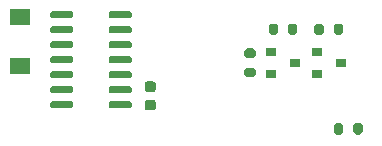
<source format=gbr>
%TF.GenerationSoftware,KiCad,Pcbnew,(5.1.9-0-10_14)*%
%TF.CreationDate,2021-05-08T21:12:27+02:00*%
%TF.ProjectId,MFM-Module-SEN0313,4d464d2d-4d6f-4647-956c-652d53454e30,rev?*%
%TF.SameCoordinates,PX82714f8PY6141b48*%
%TF.FileFunction,Paste,Top*%
%TF.FilePolarity,Positive*%
%FSLAX46Y46*%
G04 Gerber Fmt 4.6, Leading zero omitted, Abs format (unit mm)*
G04 Created by KiCad (PCBNEW (5.1.9-0-10_14)) date 2021-05-08 21:12:27*
%MOMM*%
%LPD*%
G01*
G04 APERTURE LIST*
%ADD10R,1.800000X1.350000*%
%ADD11R,0.900000X0.800000*%
G04 APERTURE END LIST*
D10*
%TO.C,SW1*%
X11747500Y23284000D03*
X11747500Y19134000D03*
%TD*%
%TO.C,C1*%
G36*
G01*
X22546500Y17798500D02*
X23046500Y17798500D01*
G75*
G02*
X23271500Y17573500I0J-225000D01*
G01*
X23271500Y17123500D01*
G75*
G02*
X23046500Y16898500I-225000J0D01*
G01*
X22546500Y16898500D01*
G75*
G02*
X22321500Y17123500I0J225000D01*
G01*
X22321500Y17573500D01*
G75*
G02*
X22546500Y17798500I225000J0D01*
G01*
G37*
G36*
G01*
X22546500Y16248500D02*
X23046500Y16248500D01*
G75*
G02*
X23271500Y16023500I0J-225000D01*
G01*
X23271500Y15573500D01*
G75*
G02*
X23046500Y15348500I-225000J0D01*
G01*
X22546500Y15348500D01*
G75*
G02*
X22321500Y15573500I0J225000D01*
G01*
X22321500Y16023500D01*
G75*
G02*
X22546500Y16248500I225000J0D01*
G01*
G37*
%TD*%
%TO.C,R1*%
G36*
G01*
X40785500Y14054500D02*
X40785500Y13504500D01*
G75*
G02*
X40585500Y13304500I-200000J0D01*
G01*
X40185500Y13304500D01*
G75*
G02*
X39985500Y13504500I0J200000D01*
G01*
X39985500Y14054500D01*
G75*
G02*
X40185500Y14254500I200000J0D01*
G01*
X40585500Y14254500D01*
G75*
G02*
X40785500Y14054500I0J-200000D01*
G01*
G37*
G36*
G01*
X39135500Y14054500D02*
X39135500Y13504500D01*
G75*
G02*
X38935500Y13304500I-200000J0D01*
G01*
X38535500Y13304500D01*
G75*
G02*
X38335500Y13504500I0J200000D01*
G01*
X38335500Y14054500D01*
G75*
G02*
X38535500Y14254500I200000J0D01*
G01*
X38935500Y14254500D01*
G75*
G02*
X39135500Y14054500I0J-200000D01*
G01*
G37*
%TD*%
%TO.C,U1*%
G36*
G01*
X21230000Y15961500D02*
X21230000Y15661500D01*
G75*
G02*
X21080000Y15511500I-150000J0D01*
G01*
X19430000Y15511500D01*
G75*
G02*
X19280000Y15661500I0J150000D01*
G01*
X19280000Y15961500D01*
G75*
G02*
X19430000Y16111500I150000J0D01*
G01*
X21080000Y16111500D01*
G75*
G02*
X21230000Y15961500I0J-150000D01*
G01*
G37*
G36*
G01*
X21230000Y17231500D02*
X21230000Y16931500D01*
G75*
G02*
X21080000Y16781500I-150000J0D01*
G01*
X19430000Y16781500D01*
G75*
G02*
X19280000Y16931500I0J150000D01*
G01*
X19280000Y17231500D01*
G75*
G02*
X19430000Y17381500I150000J0D01*
G01*
X21080000Y17381500D01*
G75*
G02*
X21230000Y17231500I0J-150000D01*
G01*
G37*
G36*
G01*
X21230000Y18501500D02*
X21230000Y18201500D01*
G75*
G02*
X21080000Y18051500I-150000J0D01*
G01*
X19430000Y18051500D01*
G75*
G02*
X19280000Y18201500I0J150000D01*
G01*
X19280000Y18501500D01*
G75*
G02*
X19430000Y18651500I150000J0D01*
G01*
X21080000Y18651500D01*
G75*
G02*
X21230000Y18501500I0J-150000D01*
G01*
G37*
G36*
G01*
X21230000Y19771500D02*
X21230000Y19471500D01*
G75*
G02*
X21080000Y19321500I-150000J0D01*
G01*
X19430000Y19321500D01*
G75*
G02*
X19280000Y19471500I0J150000D01*
G01*
X19280000Y19771500D01*
G75*
G02*
X19430000Y19921500I150000J0D01*
G01*
X21080000Y19921500D01*
G75*
G02*
X21230000Y19771500I0J-150000D01*
G01*
G37*
G36*
G01*
X21230000Y21041500D02*
X21230000Y20741500D01*
G75*
G02*
X21080000Y20591500I-150000J0D01*
G01*
X19430000Y20591500D01*
G75*
G02*
X19280000Y20741500I0J150000D01*
G01*
X19280000Y21041500D01*
G75*
G02*
X19430000Y21191500I150000J0D01*
G01*
X21080000Y21191500D01*
G75*
G02*
X21230000Y21041500I0J-150000D01*
G01*
G37*
G36*
G01*
X21230000Y22311500D02*
X21230000Y22011500D01*
G75*
G02*
X21080000Y21861500I-150000J0D01*
G01*
X19430000Y21861500D01*
G75*
G02*
X19280000Y22011500I0J150000D01*
G01*
X19280000Y22311500D01*
G75*
G02*
X19430000Y22461500I150000J0D01*
G01*
X21080000Y22461500D01*
G75*
G02*
X21230000Y22311500I0J-150000D01*
G01*
G37*
G36*
G01*
X21230000Y23581500D02*
X21230000Y23281500D01*
G75*
G02*
X21080000Y23131500I-150000J0D01*
G01*
X19430000Y23131500D01*
G75*
G02*
X19280000Y23281500I0J150000D01*
G01*
X19280000Y23581500D01*
G75*
G02*
X19430000Y23731500I150000J0D01*
G01*
X21080000Y23731500D01*
G75*
G02*
X21230000Y23581500I0J-150000D01*
G01*
G37*
G36*
G01*
X16280000Y23581500D02*
X16280000Y23281500D01*
G75*
G02*
X16130000Y23131500I-150000J0D01*
G01*
X14480000Y23131500D01*
G75*
G02*
X14330000Y23281500I0J150000D01*
G01*
X14330000Y23581500D01*
G75*
G02*
X14480000Y23731500I150000J0D01*
G01*
X16130000Y23731500D01*
G75*
G02*
X16280000Y23581500I0J-150000D01*
G01*
G37*
G36*
G01*
X16280000Y22311500D02*
X16280000Y22011500D01*
G75*
G02*
X16130000Y21861500I-150000J0D01*
G01*
X14480000Y21861500D01*
G75*
G02*
X14330000Y22011500I0J150000D01*
G01*
X14330000Y22311500D01*
G75*
G02*
X14480000Y22461500I150000J0D01*
G01*
X16130000Y22461500D01*
G75*
G02*
X16280000Y22311500I0J-150000D01*
G01*
G37*
G36*
G01*
X16280000Y21041500D02*
X16280000Y20741500D01*
G75*
G02*
X16130000Y20591500I-150000J0D01*
G01*
X14480000Y20591500D01*
G75*
G02*
X14330000Y20741500I0J150000D01*
G01*
X14330000Y21041500D01*
G75*
G02*
X14480000Y21191500I150000J0D01*
G01*
X16130000Y21191500D01*
G75*
G02*
X16280000Y21041500I0J-150000D01*
G01*
G37*
G36*
G01*
X16280000Y19771500D02*
X16280000Y19471500D01*
G75*
G02*
X16130000Y19321500I-150000J0D01*
G01*
X14480000Y19321500D01*
G75*
G02*
X14330000Y19471500I0J150000D01*
G01*
X14330000Y19771500D01*
G75*
G02*
X14480000Y19921500I150000J0D01*
G01*
X16130000Y19921500D01*
G75*
G02*
X16280000Y19771500I0J-150000D01*
G01*
G37*
G36*
G01*
X16280000Y18501500D02*
X16280000Y18201500D01*
G75*
G02*
X16130000Y18051500I-150000J0D01*
G01*
X14480000Y18051500D01*
G75*
G02*
X14330000Y18201500I0J150000D01*
G01*
X14330000Y18501500D01*
G75*
G02*
X14480000Y18651500I150000J0D01*
G01*
X16130000Y18651500D01*
G75*
G02*
X16280000Y18501500I0J-150000D01*
G01*
G37*
G36*
G01*
X16280000Y17231500D02*
X16280000Y16931500D01*
G75*
G02*
X16130000Y16781500I-150000J0D01*
G01*
X14480000Y16781500D01*
G75*
G02*
X14330000Y16931500I0J150000D01*
G01*
X14330000Y17231500D01*
G75*
G02*
X14480000Y17381500I150000J0D01*
G01*
X16130000Y17381500D01*
G75*
G02*
X16280000Y17231500I0J-150000D01*
G01*
G37*
G36*
G01*
X16280000Y15961500D02*
X16280000Y15661500D01*
G75*
G02*
X16130000Y15511500I-150000J0D01*
G01*
X14480000Y15511500D01*
G75*
G02*
X14330000Y15661500I0J150000D01*
G01*
X14330000Y15961500D01*
G75*
G02*
X14480000Y16111500I150000J0D01*
G01*
X16130000Y16111500D01*
G75*
G02*
X16280000Y15961500I0J-150000D01*
G01*
G37*
%TD*%
D11*
%TO.C,Q1*%
X35046501Y19370499D03*
X33046501Y18420499D03*
X33046501Y20320499D03*
%TD*%
%TO.C,Q2*%
X36909500Y20317500D03*
X36909500Y18417500D03*
X38909500Y19367500D03*
%TD*%
%TO.C,R2*%
G36*
G01*
X30967000Y20592500D02*
X31517000Y20592500D01*
G75*
G02*
X31717000Y20392500I0J-200000D01*
G01*
X31717000Y19992500D01*
G75*
G02*
X31517000Y19792500I-200000J0D01*
G01*
X30967000Y19792500D01*
G75*
G02*
X30767000Y19992500I0J200000D01*
G01*
X30767000Y20392500D01*
G75*
G02*
X30967000Y20592500I200000J0D01*
G01*
G37*
G36*
G01*
X30967000Y18942500D02*
X31517000Y18942500D01*
G75*
G02*
X31717000Y18742500I0J-200000D01*
G01*
X31717000Y18342500D01*
G75*
G02*
X31517000Y18142500I-200000J0D01*
G01*
X30967000Y18142500D01*
G75*
G02*
X30767000Y18342500I0J200000D01*
G01*
X30767000Y18742500D01*
G75*
G02*
X30967000Y18942500I200000J0D01*
G01*
G37*
%TD*%
%TO.C,R3*%
G36*
G01*
X34461000Y21950000D02*
X34461000Y22500000D01*
G75*
G02*
X34661000Y22700000I200000J0D01*
G01*
X35061000Y22700000D01*
G75*
G02*
X35261000Y22500000I0J-200000D01*
G01*
X35261000Y21950000D01*
G75*
G02*
X35061000Y21750000I-200000J0D01*
G01*
X34661000Y21750000D01*
G75*
G02*
X34461000Y21950000I0J200000D01*
G01*
G37*
G36*
G01*
X32811000Y21950000D02*
X32811000Y22500000D01*
G75*
G02*
X33011000Y22700000I200000J0D01*
G01*
X33411000Y22700000D01*
G75*
G02*
X33611000Y22500000I0J-200000D01*
G01*
X33611000Y21950000D01*
G75*
G02*
X33411000Y21750000I-200000J0D01*
G01*
X33011000Y21750000D01*
G75*
G02*
X32811000Y21950000I0J200000D01*
G01*
G37*
%TD*%
%TO.C,R4*%
G36*
G01*
X39134500Y22500000D02*
X39134500Y21950000D01*
G75*
G02*
X38934500Y21750000I-200000J0D01*
G01*
X38534500Y21750000D01*
G75*
G02*
X38334500Y21950000I0J200000D01*
G01*
X38334500Y22500000D01*
G75*
G02*
X38534500Y22700000I200000J0D01*
G01*
X38934500Y22700000D01*
G75*
G02*
X39134500Y22500000I0J-200000D01*
G01*
G37*
G36*
G01*
X37484500Y22500000D02*
X37484500Y21950000D01*
G75*
G02*
X37284500Y21750000I-200000J0D01*
G01*
X36884500Y21750000D01*
G75*
G02*
X36684500Y21950000I0J200000D01*
G01*
X36684500Y22500000D01*
G75*
G02*
X36884500Y22700000I200000J0D01*
G01*
X37284500Y22700000D01*
G75*
G02*
X37484500Y22500000I0J-200000D01*
G01*
G37*
%TD*%
M02*

</source>
